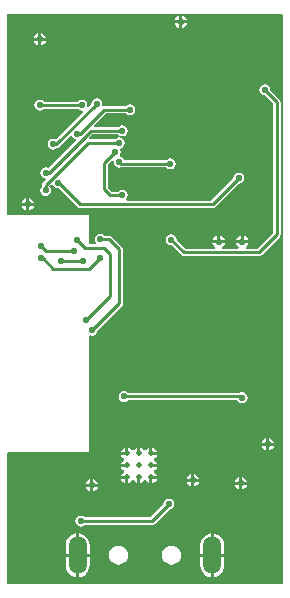
<source format=gbl>
G04 Layer_Physical_Order=2*
G04 Layer_Color=11436288*
%FSLAX25Y25*%
%MOIN*%
G70*
G01*
G75*
%ADD26C,0.01000*%
%ADD27O,0.05906X0.12598*%
%ADD28C,0.02000*%
%ADD29C,0.02200*%
G36*
X437500Y452623D02*
X437500Y262976D01*
X345854Y262976D01*
X345500Y263330D01*
Y306623D01*
X345854Y306976D01*
X373000Y306976D01*
X373000Y345424D01*
X373500Y345741D01*
X374000Y345641D01*
X374702Y345781D01*
X375298Y346179D01*
X375696Y346774D01*
X375835Y347476D01*
X375818Y347564D01*
X383865Y355611D01*
X384130Y356008D01*
X384224Y356476D01*
Y374476D01*
X384130Y374945D01*
X383865Y375342D01*
X380554Y378653D01*
X380157Y378918D01*
X379689Y379011D01*
X378036D01*
X377987Y379085D01*
X377391Y379483D01*
X376689Y379623D01*
X375987Y379483D01*
X375391Y379085D01*
X374993Y378490D01*
X374854Y377787D01*
X374993Y377085D01*
X375251Y376700D01*
X374993Y376200D01*
X373000D01*
Y385976D01*
X345500Y385976D01*
Y452976D01*
X437146Y452976D01*
X437500Y452623D01*
D02*
G37*
%LPC*%
G36*
X409542Y296976D02*
X408000D01*
Y295435D01*
X408319Y295498D01*
X409014Y295962D01*
X409478Y296657D01*
X409542Y296976D01*
D02*
G37*
G36*
X373346Y297865D02*
X373027Y297801D01*
X372333Y297337D01*
X371868Y296642D01*
X371805Y296323D01*
X373346D01*
Y297865D01*
D02*
G37*
G36*
X423000Y295976D02*
X421458D01*
X421522Y295657D01*
X421986Y294962D01*
X422681Y294498D01*
X423000Y294435D01*
Y295976D01*
D02*
G37*
G36*
X425542D02*
X424000D01*
Y294435D01*
X424319Y294498D01*
X425014Y294962D01*
X425478Y295657D01*
X425542Y295976D01*
D02*
G37*
G36*
X407000Y296976D02*
X405458D01*
X405522Y296657D01*
X405986Y295962D01*
X406681Y295498D01*
X407000Y295435D01*
Y296976D01*
D02*
G37*
G36*
X374346Y297865D02*
Y296323D01*
X375888D01*
X375825Y296642D01*
X375360Y297337D01*
X374666Y297801D01*
X374346Y297865D01*
D02*
G37*
G36*
X424000Y298518D02*
Y296976D01*
X425542D01*
X425478Y297296D01*
X425014Y297990D01*
X424319Y298454D01*
X424000Y298518D01*
D02*
G37*
G36*
X407000Y299518D02*
X406681Y299454D01*
X405986Y298990D01*
X405522Y298296D01*
X405458Y297976D01*
X407000D01*
Y299518D01*
D02*
G37*
G36*
X408000D02*
Y297976D01*
X409542D01*
X409478Y298296D01*
X409014Y298990D01*
X408319Y299454D01*
X408000Y299518D01*
D02*
G37*
G36*
X385000Y297976D02*
X383560D01*
X383616Y297696D01*
X384058Y297035D01*
X384720Y296592D01*
X385000Y296537D01*
Y297976D01*
D02*
G37*
G36*
X395440D02*
X394000D01*
Y296537D01*
X394280Y296592D01*
X394942Y297035D01*
X395384Y297696D01*
X395440Y297976D01*
D02*
G37*
G36*
X423000Y298518D02*
X422681Y298454D01*
X421986Y297990D01*
X421522Y297296D01*
X421458Y296976D01*
X423000D01*
Y298518D01*
D02*
G37*
G36*
X417928Y272000D02*
X414441D01*
Y265232D01*
X414973Y265302D01*
X415934Y265701D01*
X416760Y266334D01*
X417394Y267160D01*
X417792Y268122D01*
X417928Y269153D01*
Y272000D01*
D02*
G37*
G36*
X382642Y275688D02*
X381817Y275579D01*
X381048Y275261D01*
X380387Y274754D01*
X379881Y274094D01*
X379562Y273325D01*
X379454Y272500D01*
X379562Y271675D01*
X379881Y270906D01*
X380387Y270246D01*
X381048Y269739D01*
X381817Y269421D01*
X382642Y269312D01*
X383467Y269421D01*
X384236Y269739D01*
X384896Y270246D01*
X385402Y270906D01*
X385721Y271675D01*
X385830Y272500D01*
X385721Y273325D01*
X385402Y274094D01*
X384896Y274754D01*
X384236Y275261D01*
X383467Y275579D01*
X382642Y275688D01*
D02*
G37*
G36*
X400358D02*
X399533Y275579D01*
X398764Y275261D01*
X398104Y274754D01*
X397598Y274094D01*
X397279Y273325D01*
X397170Y272500D01*
X397279Y271675D01*
X397598Y270906D01*
X398104Y270246D01*
X398764Y269739D01*
X399533Y269421D01*
X400358Y269312D01*
X401183Y269421D01*
X401952Y269739D01*
X402612Y270246D01*
X403119Y270906D01*
X403438Y271675D01*
X403546Y272500D01*
X403438Y273325D01*
X403119Y274094D01*
X402612Y274754D01*
X401952Y275261D01*
X401183Y275579D01*
X400358Y275688D01*
D02*
G37*
G36*
X368559Y272000D02*
X365072D01*
Y269153D01*
X365208Y268122D01*
X365606Y267160D01*
X366240Y266334D01*
X367066Y265701D01*
X368027Y265302D01*
X368559Y265232D01*
Y272000D01*
D02*
G37*
G36*
X373046D02*
X369559D01*
Y265232D01*
X370091Y265302D01*
X371053Y265701D01*
X371878Y266334D01*
X372512Y267160D01*
X372910Y268122D01*
X373046Y269153D01*
Y272000D01*
D02*
G37*
G36*
X413441D02*
X409954D01*
Y269153D01*
X410090Y268122D01*
X410488Y267160D01*
X411122Y266334D01*
X411947Y265701D01*
X412909Y265302D01*
X413441Y265232D01*
Y272000D01*
D02*
G37*
G36*
X368559Y279767D02*
X368027Y279697D01*
X367066Y279299D01*
X366240Y278666D01*
X365606Y277840D01*
X365208Y276878D01*
X365072Y275847D01*
Y273000D01*
X368559D01*
Y279767D01*
D02*
G37*
G36*
X399500Y291312D02*
X398798Y291172D01*
X398202Y290774D01*
X397804Y290179D01*
X397665Y289476D01*
X397682Y289389D01*
X393363Y285070D01*
X371477D01*
X371428Y285144D01*
X370832Y285542D01*
X370130Y285682D01*
X369428Y285542D01*
X368832Y285144D01*
X368434Y284549D01*
X368295Y283846D01*
X368434Y283144D01*
X368832Y282549D01*
X369428Y282151D01*
X370130Y282011D01*
X370832Y282151D01*
X371428Y282549D01*
X371477Y282623D01*
X393870D01*
X394338Y282716D01*
X394735Y282981D01*
X399412Y287659D01*
X399500Y287641D01*
X400202Y287781D01*
X400798Y288179D01*
X401196Y288774D01*
X401335Y289476D01*
X401196Y290179D01*
X400798Y290774D01*
X400202Y291172D01*
X399500Y291312D01*
D02*
G37*
G36*
X373346Y295323D02*
X371805D01*
X371868Y295004D01*
X372333Y294309D01*
X373027Y293845D01*
X373346Y293781D01*
Y295323D01*
D02*
G37*
G36*
X375888D02*
X374346D01*
Y293781D01*
X374666Y293845D01*
X375360Y294309D01*
X375825Y295004D01*
X375888Y295323D01*
D02*
G37*
G36*
X369559Y279767D02*
Y273000D01*
X373046D01*
Y275847D01*
X372910Y276878D01*
X372512Y277840D01*
X371878Y278666D01*
X371053Y279299D01*
X370091Y279697D01*
X369559Y279767D01*
D02*
G37*
G36*
X413441D02*
X412909Y279697D01*
X411947Y279299D01*
X411122Y278666D01*
X410488Y277840D01*
X410090Y276878D01*
X409954Y275847D01*
Y273000D01*
X413441D01*
Y279767D01*
D02*
G37*
G36*
X414441D02*
Y273000D01*
X417928D01*
Y275847D01*
X417792Y276878D01*
X417394Y277840D01*
X416760Y278666D01*
X415934Y279299D01*
X414973Y279697D01*
X414441Y279767D01*
D02*
G37*
G36*
X385000Y308416D02*
X384720Y308360D01*
X384058Y307918D01*
X383616Y307257D01*
X383560Y306976D01*
X385000D01*
Y308416D01*
D02*
G37*
G36*
X375500Y424812D02*
X374798Y424672D01*
X374202Y424274D01*
X373804Y423679D01*
X373665Y422976D01*
X373682Y422889D01*
X372692Y421899D01*
X372232Y422145D01*
X372288Y422429D01*
X372148Y423132D01*
X371750Y423727D01*
X371155Y424125D01*
X370453Y424264D01*
X369750Y424125D01*
X369155Y423727D01*
X369105Y423653D01*
X357800D01*
X357751Y423727D01*
X357155Y424125D01*
X356453Y424264D01*
X355750Y424125D01*
X355155Y423727D01*
X354757Y423132D01*
X354618Y422429D01*
X354757Y421727D01*
X355155Y421131D01*
X355750Y420734D01*
X356453Y420594D01*
X357155Y420734D01*
X357751Y421131D01*
X357800Y421206D01*
X369105D01*
X369155Y421131D01*
X369750Y420734D01*
X370453Y420594D01*
X370737Y420650D01*
X370983Y420190D01*
X361817Y411023D01*
X361659Y411129D01*
X360957Y411268D01*
X360254Y411129D01*
X359659Y410731D01*
X359261Y410135D01*
X359121Y409433D01*
X359261Y408731D01*
X359659Y408135D01*
X360254Y407737D01*
X360957Y407598D01*
X361659Y407737D01*
X362254Y408135D01*
X362357Y408289D01*
X362425Y408303D01*
X362822Y408568D01*
X366801Y412547D01*
X367279Y412401D01*
X367304Y412274D01*
X367702Y411679D01*
X368298Y411281D01*
X368425Y411256D01*
X368570Y410777D01*
X359360Y401567D01*
X359202Y401672D01*
X358500Y401812D01*
X357798Y401672D01*
X357202Y401274D01*
X356804Y400679D01*
X356665Y399976D01*
X356804Y399274D01*
X357202Y398679D01*
X357798Y398281D01*
X358273Y398186D01*
X358454Y397661D01*
X357533Y396739D01*
X357267Y396342D01*
X357174Y395874D01*
Y395426D01*
X357100Y395376D01*
X356702Y394781D01*
X356562Y394079D01*
X356702Y393376D01*
X357100Y392781D01*
X357695Y392383D01*
X358398Y392244D01*
X359100Y392383D01*
X359695Y392781D01*
X360093Y393376D01*
X360233Y394079D01*
X360093Y394781D01*
X359695Y395376D01*
X359689Y395436D01*
X360332Y396079D01*
X360613Y395994D01*
X360841Y395880D01*
X361202Y395340D01*
X361798Y394942D01*
X362500Y394802D01*
X362870Y394876D01*
X369135Y388611D01*
X369532Y388346D01*
X370000Y388253D01*
X414161D01*
X414630Y388346D01*
X415027Y388611D01*
X422743Y396328D01*
X422831Y396310D01*
X423533Y396450D01*
X424128Y396848D01*
X424526Y397443D01*
X424666Y398146D01*
X424526Y398848D01*
X424128Y399443D01*
X423533Y399841D01*
X422831Y399981D01*
X422128Y399841D01*
X421533Y399443D01*
X421135Y398848D01*
X420995Y398146D01*
X421013Y398058D01*
X413655Y390700D01*
X385481D01*
X385337Y391077D01*
X385312Y391200D01*
X385696Y391774D01*
X385835Y392476D01*
X385696Y393179D01*
X385298Y393774D01*
X384702Y394172D01*
X384000Y394312D01*
X383298Y394172D01*
X382702Y393774D01*
X382653Y393700D01*
X380507D01*
X379223Y394983D01*
Y402765D01*
X380715Y404256D01*
X380813Y404239D01*
X381203Y403669D01*
X381165Y403476D01*
X381304Y402774D01*
X381702Y402179D01*
X382298Y401781D01*
X383000Y401641D01*
X383562Y401753D01*
X398653D01*
X398702Y401679D01*
X399298Y401281D01*
X400000Y401141D01*
X400702Y401281D01*
X401298Y401679D01*
X401696Y402274D01*
X401835Y402976D01*
X401696Y403679D01*
X401298Y404274D01*
X400702Y404672D01*
X400000Y404812D01*
X399298Y404672D01*
X398702Y404274D01*
X398653Y404200D01*
X384681D01*
X384298Y404774D01*
X383702Y405172D01*
X383259Y405260D01*
X383044Y405791D01*
X383298Y406172D01*
X383438Y406874D01*
X383298Y407576D01*
X383230Y407677D01*
X383461Y408233D01*
X383702Y408281D01*
X384298Y408679D01*
X384696Y409274D01*
X384835Y409976D01*
X384696Y410679D01*
X384298Y411274D01*
X383702Y411672D01*
X383000Y411812D01*
X382298Y411672D01*
X381702Y411274D01*
X381653Y411200D01*
X373161D01*
X372954Y411700D01*
X374007Y412753D01*
X382653D01*
X382702Y412679D01*
X383298Y412281D01*
X384000Y412141D01*
X384702Y412281D01*
X385298Y412679D01*
X385696Y413274D01*
X385835Y413976D01*
X385696Y414679D01*
X385298Y415274D01*
X384702Y415672D01*
X384000Y415812D01*
X383298Y415672D01*
X382702Y415274D01*
X382653Y415200D01*
X374607D01*
X374416Y415662D01*
X378507Y419753D01*
X385153D01*
X385202Y419679D01*
X385798Y419281D01*
X386500Y419141D01*
X387202Y419281D01*
X387798Y419679D01*
X388196Y420274D01*
X388335Y420976D01*
X388196Y421679D01*
X387798Y422274D01*
X387202Y422672D01*
X386500Y422812D01*
X385798Y422672D01*
X385202Y422274D01*
X385153Y422200D01*
X378000D01*
X377656Y422131D01*
X377340Y422379D01*
X377244Y422515D01*
X377335Y422976D01*
X377196Y423679D01*
X376798Y424274D01*
X376202Y424672D01*
X375500Y424812D01*
D02*
G37*
G36*
X356000Y443976D02*
X354458D01*
X354522Y443657D01*
X354986Y442962D01*
X355681Y442498D01*
X356000Y442435D01*
Y443976D01*
D02*
G37*
G36*
X358542D02*
X357000D01*
Y442435D01*
X357319Y442498D01*
X358014Y442962D01*
X358478Y443657D01*
X358542Y443976D01*
D02*
G37*
G36*
X354518Y389000D02*
X352976D01*
Y387458D01*
X353296Y387522D01*
X353990Y387986D01*
X354454Y388681D01*
X354518Y389000D01*
D02*
G37*
G36*
X351976Y391542D02*
X351657Y391478D01*
X350962Y391014D01*
X350498Y390319D01*
X350435Y390000D01*
X351976D01*
Y391542D01*
D02*
G37*
G36*
X352976D02*
Y390000D01*
X354518D01*
X354454Y390319D01*
X353990Y391014D01*
X353296Y391478D01*
X352976Y391542D01*
D02*
G37*
G36*
X405542Y449835D02*
X404000D01*
Y448293D01*
X404319Y448356D01*
X405014Y448821D01*
X405478Y449515D01*
X405542Y449835D01*
D02*
G37*
G36*
X403000Y452376D02*
X402681Y452313D01*
X401986Y451849D01*
X401522Y451154D01*
X401458Y450835D01*
X403000D01*
Y452376D01*
D02*
G37*
G36*
X404000D02*
Y450835D01*
X405542D01*
X405478Y451154D01*
X405014Y451849D01*
X404319Y452313D01*
X404000Y452376D01*
D02*
G37*
G36*
X356000Y446518D02*
X355681Y446454D01*
X354986Y445990D01*
X354522Y445296D01*
X354458Y444976D01*
X356000D01*
Y446518D01*
D02*
G37*
G36*
X357000D02*
Y444976D01*
X358542D01*
X358478Y445296D01*
X358014Y445990D01*
X357319Y446454D01*
X357000Y446518D01*
D02*
G37*
G36*
X403000Y449835D02*
X401458D01*
X401522Y449515D01*
X401986Y448821D01*
X402681Y448356D01*
X403000Y448293D01*
Y449835D01*
D02*
G37*
G36*
X351976Y389000D02*
X350435D01*
X350498Y388681D01*
X350962Y387986D01*
X351657Y387522D01*
X351976Y387458D01*
Y389000D01*
D02*
G37*
G36*
X393000Y308416D02*
X392720Y308360D01*
X392058Y307918D01*
X391800Y307532D01*
X391200D01*
X390942Y307918D01*
X390280Y308360D01*
X390000Y308416D01*
Y306476D01*
X389000D01*
Y308416D01*
X388720Y308360D01*
X388058Y307918D01*
X387800Y307532D01*
X387200D01*
X386942Y307918D01*
X386280Y308360D01*
X386000Y308416D01*
Y306476D01*
X385500D01*
Y305976D01*
X383560D01*
X383616Y305696D01*
X384058Y305034D01*
X384444Y304777D01*
Y304176D01*
X384058Y303918D01*
X383616Y303257D01*
X383560Y302976D01*
X385500D01*
Y301976D01*
X383560D01*
X383616Y301696D01*
X384058Y301034D01*
X384444Y300777D01*
Y300176D01*
X384058Y299918D01*
X383616Y299257D01*
X383560Y298976D01*
X385500D01*
Y298476D01*
X386000D01*
Y296537D01*
X386280Y296592D01*
X386942Y297035D01*
X387200Y297421D01*
X387800D01*
X388058Y297035D01*
X388720Y296592D01*
X389000Y296537D01*
Y298476D01*
X390000D01*
Y296537D01*
X390280Y296592D01*
X390942Y297035D01*
X391200Y297421D01*
X391800D01*
X392058Y297035D01*
X392720Y296592D01*
X393000Y296537D01*
Y298476D01*
X393500D01*
Y298976D01*
X395440D01*
X395384Y299257D01*
X394942Y299918D01*
X394556Y300176D01*
Y300777D01*
X394942Y301034D01*
X395384Y301696D01*
X395440Y301976D01*
X393500D01*
Y302976D01*
X395440D01*
X395384Y303257D01*
X394942Y303918D01*
X394556Y304176D01*
Y304777D01*
X394942Y305034D01*
X395384Y305696D01*
X395440Y305976D01*
X393500D01*
Y306476D01*
X393000D01*
Y308416D01*
D02*
G37*
G36*
X432000Y311518D02*
X431681Y311455D01*
X430986Y310990D01*
X430522Y310296D01*
X430458Y309976D01*
X432000D01*
Y311518D01*
D02*
G37*
G36*
X433000D02*
Y309976D01*
X434542D01*
X434478Y310296D01*
X434014Y310990D01*
X433319Y311455D01*
X433000Y311518D01*
D02*
G37*
G36*
X394000Y308416D02*
Y306976D01*
X395440D01*
X395384Y307257D01*
X394942Y307918D01*
X394280Y308360D01*
X394000Y308416D01*
D02*
G37*
G36*
X432000Y308976D02*
X430458D01*
X430522Y308657D01*
X430986Y307962D01*
X431681Y307498D01*
X432000Y307435D01*
Y308976D01*
D02*
G37*
G36*
X434542D02*
X433000D01*
Y307435D01*
X433319Y307498D01*
X434014Y307962D01*
X434478Y308657D01*
X434542Y308976D01*
D02*
G37*
G36*
X424433Y378951D02*
Y377410D01*
X425975D01*
X425911Y377729D01*
X425447Y378424D01*
X424753Y378888D01*
X424433Y378951D01*
D02*
G37*
G36*
X415559Y379077D02*
X415240Y379014D01*
X414545Y378549D01*
X414081Y377855D01*
X414017Y377535D01*
X415559D01*
Y379077D01*
D02*
G37*
G36*
X416559D02*
Y377535D01*
X418101D01*
X418037Y377855D01*
X417573Y378549D01*
X416878Y379014D01*
X416559Y379077D01*
D02*
G37*
G36*
X384563Y327249D02*
X383861Y327109D01*
X383265Y326711D01*
X382867Y326116D01*
X382728Y325413D01*
X382867Y324711D01*
X383265Y324116D01*
X383861Y323718D01*
X384563Y323578D01*
X385265Y323718D01*
X385861Y324116D01*
X385910Y324190D01*
X422338D01*
X422635Y323746D01*
X423231Y323348D01*
X423933Y323208D01*
X424635Y323348D01*
X425231Y323746D01*
X425629Y324341D01*
X425768Y325043D01*
X425629Y325746D01*
X425231Y326341D01*
X424635Y326739D01*
X423933Y326879D01*
X423231Y326739D01*
X423078Y326637D01*
X385910D01*
X385861Y326711D01*
X385265Y327109D01*
X384563Y327249D01*
D02*
G37*
G36*
X431413Y429398D02*
X430711Y429259D01*
X430116Y428861D01*
X429718Y428265D01*
X429578Y427563D01*
X429718Y426861D01*
X430116Y426265D01*
X430711Y425867D01*
X431413Y425728D01*
X431501Y425745D01*
X434276Y422970D01*
Y379983D01*
X428993Y374700D01*
X425306D01*
X425154Y375200D01*
X425447Y375395D01*
X425911Y376090D01*
X425975Y376410D01*
X421891D01*
X421955Y376090D01*
X422419Y375395D01*
X422712Y375200D01*
X422560Y374700D01*
X417243D01*
X417092Y375200D01*
X417573Y375521D01*
X418037Y376216D01*
X418101Y376535D01*
X414017D01*
X414081Y376216D01*
X414545Y375521D01*
X415026Y375200D01*
X414875Y374700D01*
X405007D01*
X402129Y377578D01*
X402146Y377665D01*
X402007Y378368D01*
X401609Y378963D01*
X401013Y379361D01*
X400311Y379501D01*
X399609Y379361D01*
X399013Y378963D01*
X398616Y378368D01*
X398476Y377665D01*
X398616Y376963D01*
X399013Y376368D01*
X399609Y375970D01*
X400311Y375830D01*
X400399Y375848D01*
X403635Y372611D01*
X404032Y372346D01*
X404500Y372253D01*
X429500D01*
X429968Y372346D01*
X430365Y372611D01*
X436365Y378611D01*
X436630Y379008D01*
X436724Y379476D01*
Y423476D01*
X436630Y423945D01*
X436365Y424341D01*
X433231Y427475D01*
X433249Y427563D01*
X433109Y428265D01*
X432711Y428861D01*
X432116Y429259D01*
X431413Y429398D01*
D02*
G37*
G36*
X423433Y378951D02*
X423114Y378888D01*
X422419Y378424D01*
X421955Y377729D01*
X421891Y377410D01*
X423433D01*
Y378951D01*
D02*
G37*
%LPD*%
D26*
X370130Y283846D02*
X393870D01*
X399500Y289476D01*
X435500Y379476D02*
Y423476D01*
X431413Y427563D02*
X435500Y423476D01*
X400311Y377665D02*
X404500Y373476D01*
X429500D01*
X435500Y379476D01*
X356453Y422429D02*
X370453D01*
X384563Y325413D02*
X423563D01*
X380000Y392476D02*
X384000D01*
X378000Y394476D02*
X380000Y392476D01*
X414161Y389476D02*
X422831Y398146D01*
X370000Y389476D02*
X414161D01*
X378000Y403272D02*
X381602Y406874D01*
X378000Y394476D02*
Y403272D01*
X360957Y409433D02*
X361957D01*
X375500Y422976D01*
X369000Y412976D02*
X370000D01*
X378000Y420976D01*
X386500D01*
X383000Y403476D02*
X383500Y402976D01*
X400000D01*
X373500Y413976D02*
X384000D01*
X359500Y399976D02*
X373500Y413976D01*
X358500Y399976D02*
X359500D01*
X358398Y394079D02*
Y395874D01*
X372500Y409976D01*
X383000D01*
X362500Y396638D02*
X362839D01*
X370000Y389476D01*
X357000Y371476D02*
X357500D01*
X361000Y367976D01*
X373000D01*
X376500Y371476D01*
X363500Y370476D02*
X371000D01*
X357000Y375476D02*
X358500Y373976D01*
X368000D01*
X368815Y377661D02*
X371500Y374976D01*
X378000D01*
X380000Y372976D01*
Y358976D02*
Y372976D01*
X376689Y377787D02*
X379689D01*
X383000Y374476D01*
Y356476D02*
Y374476D01*
X374000Y347476D02*
X383000Y356476D01*
X372000Y350976D02*
X380000Y358976D01*
D27*
X413941Y272500D02*
D03*
X369059D02*
D03*
D28*
X393500Y298476D02*
D03*
Y302476D02*
D03*
Y306476D02*
D03*
X389500D02*
D03*
X385500D02*
D03*
Y302476D02*
D03*
Y298476D02*
D03*
X389500D02*
D03*
Y302476D02*
D03*
D29*
X373847Y295823D02*
D03*
X399500Y289476D02*
D03*
X370130Y283846D02*
D03*
X407500Y297476D02*
D03*
X432500Y309476D02*
D03*
X423500Y296476D02*
D03*
X400311Y377665D02*
D03*
X431413Y427563D02*
D03*
X416059Y377035D02*
D03*
X423933Y376909D02*
D03*
X352476Y389500D02*
D03*
X403500Y450335D02*
D03*
X356500Y444476D02*
D03*
X356453Y422429D02*
D03*
X370453D02*
D03*
X384563Y325413D02*
D03*
X423933Y325043D02*
D03*
X384000Y392476D02*
D03*
Y413976D02*
D03*
X358398Y394079D02*
D03*
X360957Y409433D02*
D03*
X422831Y398146D02*
D03*
X400000Y402976D02*
D03*
X383000Y403476D02*
D03*
X381602Y406874D02*
D03*
X383000Y409976D02*
D03*
X369000Y412976D02*
D03*
X375500Y422976D02*
D03*
X386500Y420976D02*
D03*
X358500Y399976D02*
D03*
X362500Y396638D02*
D03*
X363500Y370476D02*
D03*
X376689Y377787D02*
D03*
X368815Y377661D02*
D03*
X357000Y371476D02*
D03*
X376500D02*
D03*
X371000Y370476D02*
D03*
X357000Y375476D02*
D03*
X368000Y373976D02*
D03*
X372000Y350976D02*
D03*
X374000Y347476D02*
D03*
M02*

</source>
